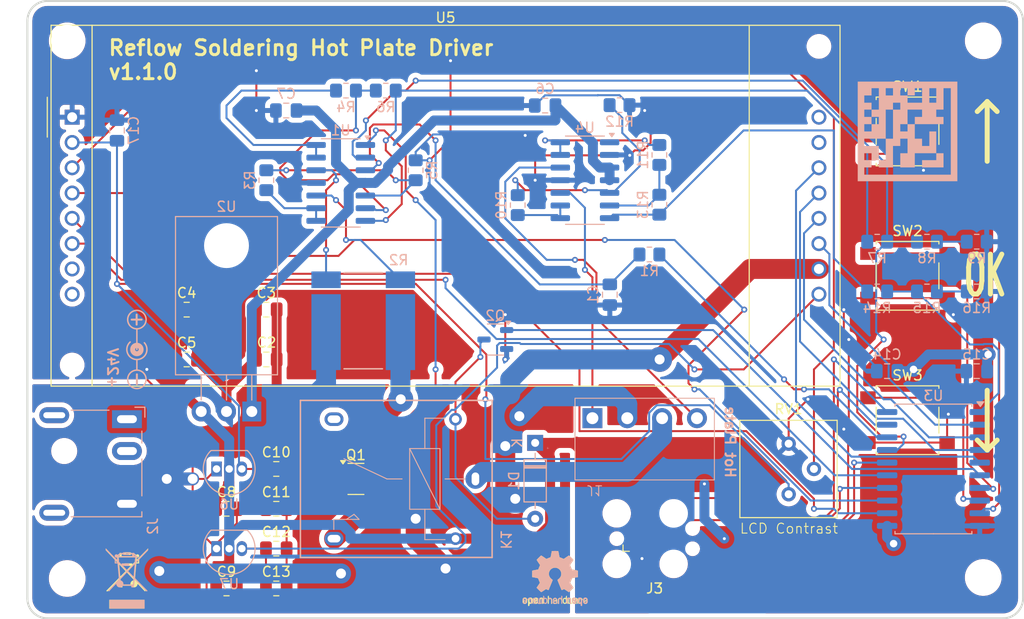
<source format=kicad_pcb>
(kicad_pcb (version 20240108) (generator "pcbnew") (generator_version "8.0")
  (title_block (title "Reflow Soldering Hot Plate Driver") (date "2024-070-30") (rev "v1.1.0"))
  (layers (0 "F.Cu" signal) (31 "B.Cu" signal) (34 "B.Paste" user) (35 "F.Paste" user) (36 "B.SilkS" user "B.Silkscreen") (37 "F.SilkS" user "F.Silkscreen") (38 "B.Mask" user) (39 "F.Mask" user) (44 "Edge.Cuts" user))
  (net 0 "")
  (net 1 "GNDD")
  (net 2 "GNDPWR")
  (net 3 "+24V")
  (net 4 "+5V")
  (net 5 "+3.3V")
  (net 6 "+3.0V")
  (net 7 "Net-(D1-A)")
  (net 8 "Net-(J1-Pin_3)")
  (net 9 "/Resistive Heater Driver/UH1")
  (net 10 "/Resistive Heater Driver/UH2")
  (net 12 "Net-(Q1-D)")
  (net 13 "Net-(Q1-S)")
  (net 14 "Net-(Q1-G)")
  (net 15 "HEATER_EN")
  (net 16 "Net-(U3-PB3)")
  (net 17 "Net-(U1C-+)")
  (net 18 "Net-(U1D-+)")
  (net 19 "Net-(U1B-+)")
  (net 20 "Net-(U1C--)")
  (net 21 "Net-(U1D--)")
  (net 22 "Net-(U1B--)")
  (net 23 "Net-(R6-Pad2)")
  (net 24 "Net-(R8-Pad2)")
  (net 25 "Net-(U4C--)")
  (net 26 "Net-(U4B-+)")
  (net 27 "Net-(U4D--)")
  (net 28 "Net-(U4B--)")
  (net 29 "Net-(R13-Pad2)")
  (net 30 "/Resistive Heater Driver/U_{HEATER}")
  (net 31 "Net-(R15-Pad2)")
  (net 32 "Net-(U5-VO)")
  (net 33 "BTN_UP")
  (net 34 "BTN_OK")
  (net 35 "BTN_DOWN")
  (net 36 "/Resistive Heater Driver/IMEAS_REF")
  (net 37 "IMEAS")
  (net 38 "LCD_RS")
  (net 39 "LCD_E")
  (net 40 "LCD_RW")
  (net 41 "Net-(U3-PA4)")
  (net 42 "SCK")
  (net 43 "MOSI")
  (net 44 "MISO")
  (net 45 "Net-(U3-PA7)")
  (net 46 "~{RESET}")
  (net 47 "Net-(U3-PA5)")
  (net 48 "Net-(U3-PA6)")
  (footprint "Capacitor_SMD:C_0805_2012Metric_Pad1.18x1.45mm_HandSolder" (layer "F.Cu") (at 166 81)
    (property "Reference" "C4")
    (property "Value" "10n")
  )
  (footprint "Capacitor_SMD:C_0805_2012Metric_Pad1.18x1.45mm_HandSolder" (layer "F.Cu") (at 175 101)
    (property "Reference" "C11")
    (property "Value" "10u")
  )
  (footprint "Capacitor_SMD:C_0805_2012Metric_Pad1.18x1.45mm_HandSolder" (layer "F.Cu") (at 175 105)
    (property "Reference" "C12")
    (property "Value" "10n")
  )
  (footprint "Capacitor_SMD:C_0805_2012Metric_Pad1.18x1.45mm_HandSolder" (layer "F.Cu") (at 166 86)
    (property "Reference" "C5")
    (property "Value" "10u")
  )
  (footprint "Capacitor_SMD:C_0805_2012Metric_Pad1.18x1.45mm_HandSolder" (layer "F.Cu") (at 175 97)
    (property "Reference" "C10")
    (property "Value" "10n")
  )
  (footprint "Capacitor_SMD:C_0805_2012Metric_Pad1.18x1.45mm_HandSolder" (layer "F.Cu") (at 174 81 180)
    (property "Reference" "C3")
    (property "Value" "10u")
  )
  (footprint "MountingHole:MountingHole_3.2mm_M3" (layer "F.Cu") (at 246 107.9)
    (property "Reference" "H4" (hide yes))
    (property "Value" "MountingHole" (hide yes))
  )
  (footprint "MountingHole:MountingHole_3.2mm_M3" (layer "F.Cu") (at 154 108)
    (property "Reference" "H3" (hide yes))
    (property "Value" "MountingHole" (hide yes))
  )
  (footprint "Capacitor_SMD:C_0805_2012Metric_Pad1.18x1.45mm_HandSolder" (layer "F.Cu") (at 170 109)
    (property "Reference" "C9")
    (property "Value" "10n")
  )
  (footprint "Button_Switch_SMD:SW_SPST_B3S-1000" (layer "F.Cu") (at 238.4 77.6)
    (property "Reference" "SW2")
    (property "Value" "B3S-1000")
  )
  (footprint "Button_Switch_SMD:SW_SPST_B3S-1000" (layer "F.Cu") (at 238.4 92.1)
    (property "Reference" "SW3")
    (property "Value" "B3S-1000")
  )
  (footprint "Capacitor_SMD:C_0805_2012Metric_Pad1.18x1.45mm_HandSolder" (layer "F.Cu") (at 175 109)
    (property "Reference" "C13")
    (property "Value" "10u")
  )
  (footprint "NetTie:NetTie-2_THT_Pad1.0mm" (layer "F.Cu") (at 164 98)
    (property "Reference" "NT3" (hide yes))
    (property "Value" "NetTie_2" (hide yes))
  )
  (footprint "Symbol:OSHW-Logo2_7.3x6mm_SilkScreen" (layer "F.Cu") (at 203 108)
    (property "Reference" "REF**" (hide yes))
    (property "Value" "OSHW-Logo2_7.3x6mm_SilkScreen" (hide yes))
  )
  (footprint "MountingHole:MountingHole_3.2mm_M3" (layer "F.Cu") (at 154 54)
    (property "Reference" "H2" (hide yes))
    (property "Value" "MountingHole" (hide yes))
  )
  (footprint "Display:NHD-0420H1Z" (layer "F.Cu") (at 154.5 61.67)
    (property "Reference" "U5")
    (property "Value" "NHD-0420H1Z")
  )
  (footprint "Package_TO_SOT_SMD:SOT-23-3" (layer "F.Cu") (at 183 98)
    (property "Reference" "Q1")
    (property "Value" "AOSS32334C")
  )
  (footprint "Button_Switch_SMD:SW_SPST_B3S-1000" (layer "F.Cu") (at 238.4 63.1)
    (property "Reference" "SW1")
    (property "Value" "B3S-1000")
  )
  (footprint "Capacitor_SMD:C_0805_2012Metric_Pad1.18x1.45mm_HandSolder" (layer "F.Cu") (at 174 86 180)
    (property "Reference" "C2")
    (property "Value" "10n")
  )
  (footprint "Potentiometer_THT:Potentiometer_Bourns_3386P_Vertical" (layer "F.Cu") (at 226.46 99.54)
    (property "Reference" "RV1")
    (property "Value" "3386P-1-103LF")
  )
  (footprint "Connector:Tag-Connect_TC2050-IDC-FP_2x05_P1.27mm_Vertical" (layer "F.Cu") (at 213 104)
    (property "Reference" "J3")
    (property "Value" "TC2050")
  )
  (footprint "Capacitor_SMD:C_0805_2012Metric_Pad1.18x1.45mm_HandSolder" (layer "F.Cu") (at 170 101)
    (property "Reference" "C8")
    (property "Value" "10n")
  )
  (footprint "MountingHole:MountingHole_3.2mm_M3" (layer "F.Cu") (at 246 54)
    (property "Reference" "H1" (hide yes))
    (property "Value" "MountingHole" (hide yes))
  )
  (footprint "Symbol:WEEE-Logo_4.2x6mm_SilkScreen" (layer "F.Cu") (at 160 108)
    (property "Reference" "REF**" (hide yes))
    (property "Value" "WEEE-Logo_4.2x6mm_SilkScreen" (hide yes))
  )
  (footprint "Resistor_SMD:R_0805_2012Metric_Pad1.20x1.40mm_HandSolder" (layer "B.Cu") (at 235.35 74.175)
    (property "Reference" "R7")
    (property "Value" "100k")
  )
  (footprint "Capacitor_SMD:C_0805_2012Metric_Pad1.18x1.45mm_HandSolder" (layer "B.Cu") (at 202 60.5 180)
    (property "Reference" "C6")
    (property "Value" "10n")
  )
  (footprint "Resistor_SMD:R_0805_2012Metric_Pad1.20x1.40mm_HandSolder" (layer "B.Cu") (at 199.25 70.5 -90)
    (property "Reference" "R10")
    (property "Value" "10k")
  )
  (footprint "Resistor_SMD:R_0805_2012Metric_Pad1.20x1.40mm_HandSolder" (layer "B.Cu") (at 182 59)
    (property "Reference" "R4")
    (property "Value" "2k")
  )
  (footprint "Resistor_SMD:R_0805_2012Metric_Pad1.20x1.40mm_HandSolder" (layer "B.Cu") (at 235.35 79.175)
    (property "Reference" "R14")
    (property "Value" "100k")
  )
  (footprint "Resistor_SMD:R_0805_2012Metric_Pad1.20x1.40mm_HandSolder" (layer "B.Cu") (at 213.475 65.46 -90)
    (property "Reference" "R11")
    (property "Value" "10k")
  )
  (footprint "Connector_BarrelJack:BarrelJack_CUI_PJ-079BH_Horizontal" (layer "B.Cu") (at 160 92 90)
    (property "Reference" "J2")
    (property "Value" "PJ-051AH")
  )
  (footprint "Resistor_SMD:R_0805_2012Metric_Pad1.20x1.40mm_HandSolder" (layer "B.Cu") (at 174 68 -90)
    (property "Reference" "R3")
    (property "Value" "2k")
  )
  (footprint "Package_TO_SOT_THT:TO-92_Inline" (layer "B.Cu") (at 169 105)
    (property "Reference" "U7")
    (property "Value" "MCP1700-3002E/TO")
  )
  (footprint "Package_SO:SOIC-14_3.9x8.7mm_P1.27mm" (layer "B.Cu") (at 181.475 68.27 180)
    (property "Reference" "U1")
    (property "Value" "OPA4196IDR")
  )
  (footprint "Resistor_SMD:R_0805_2012Metric_Pad1.20x1.40mm_HandSolder" (layer "B.Cu") (at 245.35 79.175)
    (property "Reference" "R16")
    (property "Value" "15k")
  )
  (footprint "Resistor_SMD:R_0805_2012Metric_Pad1.20x1.40mm_HandSolder" (layer "B.Cu") (at 245.35 74.175)
    (property "Reference" "R9")
    (property "Value" "15k")
  )
  (footprint "Custom_TerminalBlock_OnShore:TerminalBlock_OnShore_ED550_4DS" (layer "B.Cu") (at 212 91.9)
    (property "Reference" "J1")
    (property "Value" "ED550/4DS")
  )
  (footprint "LOGO" (layer "B.Cu") (at 238.4 63.1 180)
    (property "Reference" "G***" (hide yes))
    (property "Value" "LOGO" (hide yes))
  )
  (footprint "Resistor_SMD:R_0805_2012Metric_Pad1.20x1.40mm_HandSolder" (layer "B.Cu") (at 186 59)
    (property "Reference" "R6")
    (property "Value" "160k")
  )
  (footprint "Capacitor_SMD:C_0805_2012Metric_Pad1.18x1.45mm_HandSolder" (layer "B.Cu") (at 245.35 87.175 180)
    (property "Reference" "C15")
    (property "Value" "10u")
  )
  (footprint "Resistor_SMD:R_0805_2012Metric_Pad1.20x1.40mm_HandSolder" (layer "B.Cu") (at 212.475 75.46)
    (property "Reference" "R1")
    (property "Value" "10k")
  )
  (footprint "Resistor_SMD:R_0805_2012Metric_Pad1.20x1.40mm_HandSolder" (layer "B.Cu") (at 209.475 60.46)
    (property "Reference" "R12")
    (property "Value" "10k")
  )
  (footprint "Resistor_SMD:R_0805_2012Metric_Pad1.20x1.40mm_HandSolder" (layer "B.Cu") (at 189 67 90)
    (property "Reference" "R5")
    (property "Value" "160k")
  )
  (footprint "Diode_THT:D_DO-35_SOD27_P7.62mm_Horizontal" (layer "B.Cu") (at 201 94.38 -90)
    (property "Reference" "D1")
    (property "Value" "1N4148")
  )
  (footprint "Custom_Resistor_SMD:R_Shunt_VFR_Y14880Rxxxxxxxx" (layer "B.Cu") (at 183.7338 82.1148 180)
    (property "Reference" "R2")
    (property "Value" "Y14880R05000B0R")
  )
  (footprint "Package_SO:SOIC-20W_7.5x12.8mm_P1.27mm" (layer "B.Cu") (at 241 97 180)
    (property "Reference" "U3")
    (property "Value" "ATtiny1634-S")
  )
  (footprint "Symbol:Symbol_Barrel_Polarity" (layer "B.Cu") (at 161.075 85 90)
    (property "Reference" "REF**" (hide yes))
    (property "Value" "Symbol_Barrel_Polarity" (hide yes))
  )
  (footprint "Package_TO_SOT_THT:TO-92_Inline" (layer "B.Cu") (at 169 97)
    (property "Reference" "U6")
    (property "Value" "MCP1700-3302E/TO")
  )
  (footprint "Resistor_SMD:R_0805_2012Metric_Pad1.20x1.40mm_HandSolder" (layer "B.Cu") (at 240.35 74.175)
    (property "Reference" "R8")
    (property "Value" "10k")
  )
  (footprint "Capacitor_SMD:C_0805_2012Metric_Pad1.18x1.45mm_HandSolder" (layer "B.Cu") (at 208.5 79.5 -90)
    (property "Reference" "C1")
    (property "Value" "100n")
  )
  (footprint "Symbol:OSHW-Logo2_7.3x6mm_SilkScreen" (layer "B.Cu") (at 203 108 180)
    (property "Reference" "REF**" (hide yes))
    (property "Value" "OSHW-Logo2_7.3x6mm_SilkScreen" (hide yes))
  )
  (footprint "Resistor_SMD:R_0805_2012Metric_Pad1.20x1.40mm_HandSolder" (layer "B.Cu") (at 213.475 70.46 -90)
    (property "Reference" "R13")
    (property "Value" "10k")
  )
  (footprint "Capacitor_SMD:C_0805_2012Metric_Pad1.18x1.45mm_HandSolder" (layer "B.Cu") (at 176 61 180)
    (property "Reference" "C7")
    (property "Value" "10n")
  )
  (footprint "Custom_Relay_THT:Relay_CIT_J107F1A" (layer "B.Cu") (at 195 98 90)
    (property "Reference" "K1")
    (property "Value" "J107F1AS125VDC")
  )
  (footprint "Package_SO:SOIC-14_3.9x8.7mm_P1.27mm" (layer "B.Cu") (at 206 68 180)
    (property "Reference" "U4")
    (property "Value" "OPA4196IDR")
  )
  (footprint "Resistor_SMD:R_0805_2012Metric_Pad1.20x1.40mm_HandSolder" (layer "B.Cu") (at 240.35 79.175)
    (property "Reference" "R15")
    (property "Value" "10k")
  )
  (footprint "Capacitor_SMD:C_0805_2012Metric_Pad1.18x1.45mm_HandSolder" (layer "B.Cu") (at 159 63 90)
    (property "Reference" "C17")
    (property "Value" "10n")
  )
  (footprint "Capacitor_SMD:C_0805_2012Metric_Pad1.18x1.45mm_HandSolder" (layer "B.Cu") (at 236.35 87.175 180)
    (property "Reference" "C14")
    (property "Value" "10n")
  )
  (footprint "Symbol:WEEE-Logo_4.2x6mm_SilkScreen" (layer "B.Cu") (at 160 108 180)
    (property "Reference" "REF**" (hide yes))
    (property "Value" "WEEE-Logo_4.2x6mm_SilkScreen" (hide yes))
  )
  (footprint "Package_TO_SOT_SMD:SOT-23-3" (layer "B.Cu") (at 197 84 180)
    (property "Reference" "Q2")
    (property "Value" "AOSS32334C")
  )
  (footprint "Package_TO_SOT_THT:TO-220-3_Horizontal_TabDown" (layer "B.Cu") (at 172.54 91.23 180)
    (property "Reference" "U2")
    (property "Value" "L7805CV")
  )
  (gr_line (start 161.475 82) (end 160.475 82) (stroke (width 0.2)) (layer "B.SilkS"))
  (gr_line (start 160.975 81.5) (end 160.975 82.5) (stroke (width 0.2)) (layer "B.SilkS"))
  (gr_line (start 161 87.5) (end 161 88.5) (stroke (width 0.2)) (layer "B.SilkS"))
  (gr_line (start 246.4 66.1) (end 246.4 60.1) (stroke (width 0.5)) (layer "F.SilkS"))
  (gr_line (start 247.4 61.1) (end 246.4 60.1) (stroke (width 0.5)) (layer "F.SilkS"))
  (gr_line (start 246.4 89.1) (end 246.4 95.1) (stroke (width 0.5)) (layer "F.SilkS"))
  (gr_line (start 245.4 94.1) (end 246.4 95.1) (stroke (width 0.5)) (layer "F.SilkS"))
  (gr_line (start 246.4 60.1) (end 245.4 61.1) (stroke (width 0.5)) (layer "F.SilkS"))
  (gr_line (start 246.4 95.1) (end 247.4 94.1) (stroke (width 0.5)) (layer "F.SilkS"))
  (gr_arc (start 152 112) (mid 150.585786 111.414214) (end 150 110) (stroke (width 0.2)) (layer "Edge.Cuts"))
  (gr_arc (start 248 50) (mid 249.414214 50.585786) (end 250 52) (stroke (width 0.2)) (layer "Edge.Cuts"))
  (gr_arc (start 150 52) (mid 150.585786 50.585786) (end 152 50) (stroke (width 0.2)) (layer "Edge.Cuts"))
  (gr_line (start 150 110) (end 150 52) (stroke (width 0.2)) (layer "Edge.Cuts"))
  (gr_line (start 250 52) (end 250 110) (stroke (width 0.2)) (layer "Edge.Cuts"))
  (gr_line (start 248 112) (end 152 112) (stroke (width 0.2)) (layer "Edge.Cuts"))
  (gr_arc (start 250 110) (mid 249.414214 111.414214) (end 248 112) (stroke (width 0.2)) (layer "Edge.Cuts"))
  (gr_line (start 152 50) (end 248 50) (stroke (width 0.2)) (layer "Edge.Cuts"))
  (gr_text "+24V" (at 157.975 89 -90) (layer "B.SilkS") (effects (font (size 1 1) (thickness 0.2) (bold yes)) (justify left bottom mirror)))
  (gr_text "Hot Plate" (at 220 98 -90) (layer "B.SilkS") (effects (font (size 1 1) (thickness 0.2) (bold yes)) (justify left bottom mirror)))
  (gr_text "${TITLE}\n${REVISION}" (at 158 58 0) (layer "F.SilkS") (effects (font (size 1.5 1.5) (thickness 0.3) (bold yes)) (justify left bottom)))
  (gr_text "OK" (at 246.2 77.6 0) (layer "F.SilkS") (effects (font (size 4 2) (thickness 0.5) (bold yes))))
  (gr_text "LCD Contrast" (at 221.5 102.4 0) (layer "F.SilkS") (effects (font (size 1 1) (thickness 0.1)) (justify left top)))
  (segment (start 212.6 61.6) (end 212 61) (width 0.2) (layer "F.Cu") (net 1))
  (segment (start 201 64.5) (end 200 63.5) (width 0.2) (layer "F.Cu") (net 1))
  (segment (start 234.425 94.35) (end 242.375 94.35) (width 0.2) (layer "F.Cu") (net 1))
  (segment (start 169 104.5) (end 171.0375 102.4625) (width 0.2) (layer "F.Cu") (net 1))
  (segment (start 234.425 94.35) (end 233.35 94.35) (width 0.2) (layer "F.Cu") (net 1))
  (segment (start 232.5 92.5) (end 232 93) (width 0.2) (layer "F.Cu") (net 1))
  (segment (start 168.390256 110.025) (end 168 109.634744) (width 0.2) (layer "F.Cu") (net 1))
  (segment (start 202 65.5) (end 210.5 65.5) (width 0.2) (layer "F.Cu") (net 1))
  (segment (start 211 65) (end 211.848529 65) (width 0.2) (layer "F.Cu") (net 1))
  (segment (start 240 67) (end 240.725 67) (width 0.2) (layer "F.Cu") (net 1))
  (segment (start 166.6 98) (end 166.6 102.6) (width 0.2) (layer "F.Cu") (net 1))
  (segment (start 171.0375 102.4625) (end 171.0375 101) (width 0.2) (layer "F.Cu") (net 1))
  (segment (start 173 57) (end 173 61) (width 0.2) (layer "F.Cu") (net 1))
  (segment (start 176.0375 109) (end 175.0125 110.025) (width 0.2) (layer "F.Cu") (net 1))
  (segment (start 228.4 90) (end 226.46 91.94) (width 0.2) (layer "F.Cu") (net 1))
  (segment (start 166.6 92.6) (end 162 88) (width 0.2) (layer "F.Cu") (net 1))
  (segment (start 198 86) (end 198 81.5) (width 0.2) (layer "F.Cu") (net 1))
  (segment (start 233.15 79.85) (end 232 81) (width 0.2) (layer "F.Cu") (net 1))
  (segment (start 234.425 65.35) (end 242.375 65.35) (width 0.2) (layer "F.Cu") (net 1))
  (segment (start 211.848529 65) (end 212.6 64.248529) (width 0.2) (layer "F.Cu") (net 1))
  (segment (start 192.5 63.9) (end 192.5 56) (width 0.2) (layer "F.Cu") (net 1))
  (segment (start 233.35 94.35) (end 232 93) (width 0.2) (layer "F.Cu") (net 1))
  (segment (start 168 98) (end 166.6 98) (width 0.2) (layer "F.Cu") (net 1))
  (segment (start 166.6 98) (end 166.6 92.6) (width 0.2) (layer "F.Cu") (net 1))
  (segment (start 168 109.634744) (end 168 106) (width 0.2) (layer "F.Cu") (net 1))
  (segment (start 210.5 65.5) (end 211 65) (width 0.2) (layer "F.Cu") (net 1))
  (segment (start 201 68) (end 201 64.5) (width 0.2) (layer "F.Cu") (net 1))
  (segment (start 234.425 79.85) (end 242.375 79.85) (width 0.2) (layer "F.Cu") (net 1))
  (segment (start 172.0625 110.025) (end 171.0375 109) (width 0.2) (layer "F.Cu") (net 1))
  (segment (start 190.4 66) (end 192.5 63.9) (width 0.2) (layer "F.Cu") (net 1))
  (segment (start 169 97) (end 168 98) (width 0.2) (layer "F.Cu") (net 1))
  (segment (start 175.0125 110.025) (end 172.0625 110.025) (width 0.2) (layer "F.Cu") (net 1))
  (segment (start 226.46 91.94) (end 226.46 94.46) (width 0.2) (layer "F.Cu") (net 1))
  (segment (start 242.375 91.625) (end 242.375 94.35) (width 0.2) (layer "F.Cu") (net 1))
  (segment (start 232.5 84) (end 232.5 92.5) (width 0.2) (layer "F.Cu") (net 1))
  (segment (start 170.0125 110.025) (end 168.390256 110.025) (width 0.2) (layer "F.Cu") (net 1))
  (segment (start 234.425 79.85) (end 233.15 79.85) (width 0.2) (layer "F.Cu") (net 1))
  (segment (start 232 81) (end 232 83.5) (width 0.2) (layer "F.Cu") (net 1))
  (segment (start 211.73 106) (end 211.73 104.635) (width 0.2) (layer "F.Cu") (net 1))
  (segment (start 176.0375 105) (end 176.0375 101) (width 0.2) (layer "F.Cu") (net 1))
  (segment (start 166.6 102.6) (end 169 105) (width 0.2) (layer "F.Cu") (net 1))
  (segment (start 232 83.5) (end 232.5 84) (width 0.2) (layer "F.Cu") (net 1))
  (segment (start 168 106) (end 169 105) (width 0.2) (layer "F.Cu") (net 1))
  (segment (start 171.0375 109) (end 170.0125 110.025) (width 0.2) (layer "F.Cu") (net 1))
  (segment (start 242.5 91.5) (end 242.375 91.625) (width 0.2) (layer "F.Cu") (net 1))
  (segment (start 243 81.5) (end 243 80.475) (width 0.2) (layer "F.Cu") (net 1))
  (segment (start 212.6 64.248529) (end 212.6 61.6) (width 0.2) (layer "F.Cu") (net 1))
  (segment (start 176.0375 101) (end 176.0375 97) (width 0.2) (layer "F.Cu") (net 1))
  (segment (start 243 80.475) (end 242.375 79.85) (width 0.2) (layer "F.Cu") (net 1))
  (segment (start 240.725 67) (end 242.375 65.35) (width 0.2) (layer "F.Cu") (net 1))
  (segment (start 162 88) (end 162 87) (width 0.2) (layer "F.Cu") (net 1))
  (segment (start 200 63.5) (end 202 65.5) (width 0.2) (layer "F.Cu") (net 1))
  (segment (start 176.0375 105) (end 176.0375 109) (width 0.2) (layer "F.Cu") (net 1))
  (via (at 192.5 56) (size 0.6) (drill 0.3) (layers "F.Cu" "B.Cu") (net 1))
  (via (at 240 67) (size 0.6) (drill 0.3) (layers "F.Cu" "B.Cu") (net 1))
  (via (at 201 68) (size 0.6) (drill 0.3) (layers "F.Cu" "B.Cu") (net 1))
  (via (at 211.73 106) (size 0.6) (drill 0.3) (layers "F.Cu" "B.Cu") (net 1))
  (via (at 228.4 90) (size 0.6) (drill 0.3) (layers "F.Cu" "B.Cu") (net 1))
  (via (at 232.5 84) (size 0.6) (drill 0.3) (layers "F.Cu" "B.Cu") (net 1))
  (via (at 210.5 65.5) (size 0.6) (drill 0.3) (layers "F.Cu" "B.Cu") (net 1))
  (via (at 198 81.5) (size 0.6) (drill 0.3) (layers "F.Cu" "B.Cu") (net 1))
  (via (at 200 63.5) (size 0.6) (drill 0.3) (layers "F.Cu" "B.Cu") (net 1))
  (via (at 162 87) (size 0.6) (drill 0.3) (layers "F.Cu" "B.Cu") (net 1))
  (via (at 198 86) (size 0.6) (drill 0.3) (layers "F.Cu" "B.Cu") (net 1))
  (via (at 243 81.5) (size 0.6) (drill 0.3) (layers "F.Cu" "B.Cu") (net 1))
  (via (at 190.4 66) (size 0.6) (drill 0.3) (layers "F.Cu" "B.Cu") (net 1))
  (via (at 173 57) (size 0.6) (drill 0.3) (layers "F.Cu" "B.Cu") (net 1))
  (via (at 232 93) (size 0.6) (drill 0.3) (layers "F.Cu" "B.Cu") (net 1))
  (via (at 232 81) (size 0.6) (drill 0.3) (layers "F.Cu" "B.Cu") (net 1))
  (via (at 242.5 91.5) (size 0.6) (drill 0.3) (layers "F.Cu" "B.Cu") (net 1))
  (via (at 173 61) (size 0.6) (drill 0.3) (layers "F.Cu" "B.Cu") (net 1))
  (via (at 212 61) (size 0.6) (drill 0.3) (layers "F.Cu" "B.Cu") (net 1))
  (segment (start 235.3125 86.8125) (end 232.5 84) (width 0.2) (layer "B.Cu") (net 1))
  (segment (start 190.4 68.9) (end 191 69.5) (width 0.2) (layer "B.Cu") (net 1))
  (segment (start 189 66) (end 190.4 66) (width 0.2) (layer "B.Cu") (net 1))
  (segment (start 203.525 68) (end 201 68) (width 0.2) (layer "B.Cu") (net 1))
  (segment (start 200.9625 60.5) (end 201.9875 59.475) (width 0.2) (layer "B.Cu") (net 1))
  (segment (start 208.475 65.46) (end 210.46 65.46) (width 0.2) (layer "B.Cu") (net 1))
  (segment (start 207.274744 59.475) (end 207.289744 59.46) (width 0.2) (layer "B.Cu") (net 1))
  (segment (start 198.1375 85.8625) (end 198 86) (width 0.2) (layer "B.Cu") (net 1))
  (segment (start 190.4 66) (end 190.4 68.9) (width 0.2) (layer "B.Cu") (net 1))
  (segment (start 207.289744 59.46) (end 209.475 59.46) (width 0.2) (layer "B.Cu") (net 1))
  (segment (start 244.025 81.5) (end 243 81.5) (width 0.2) (layer "B.Cu") (net 1))
  (segment (start 246.35 79.175) (end 244.025 81.5) (width 0.2) (layer "B.Cu") (net 1))
  (segment (start 244.3125 89.6875) (end 242.5 91.5) (width 0.2) (layer "B.Cu") (net 1))
  (segment (start 190.751471 63.4) (end 199.9 63.4) (width 0.2) (layer "B.Cu") (net 1))
  (segment (start 210.46 65.46) (end 210.5 65.5) (width 0.2) (layer "B.Cu") (net 1))
  (segment (start 244.3125 87.175) (end 244.3125 89.6875) (width 0.2) (layer "B.Cu") (net 1))
  (segment (start 189 65.151471) (end 190.751471 63.4) (width 0.2) (layer "B.Cu") (net 1))
  (segment (start 209.475 59.46) (end 210.475 60.46) (width 0.2) (layer "B.Cu") (net 1))
  (segment (start 201.9875 59.475) (end 207.274744 59.475) (width 0.2) (layer "B.Cu") (net 1))
  (segment (start 199.9 63.4) (end 200 63.5) (width 0.2) (layer "B.Cu") (net 1))
  (segment (start 232 93) (end 229 90) (width 0.2) (layer "B.Cu") (net 1))
  (segment (start 189 66) (end 189 65.151471) (width 0.2) (layer "B.Cu") (net 1))
  (segment (start 198.1375 84.95) (end 198.1375 85.8625) (width 0.2) (layer "B.Cu") (net 1))
  (segment (start 229 90) (end 228.4 90) (width 0.2) (layer "B.Cu") (net 1))
  (segment (start 170 91.23) (end 170 88.9625) (width 1) (layer "F.Cu") (net 2))
  (segment (start 198 99) (end 199 100) (width 2) (layer "F.Cu") (net 2))
  (segment (start 172.9625 86) (end 170 88.9625) (width 1) (layer "F.Cu") (net 2))
  (segment (start 172.9625 81) (end 172.9625 86) (width 1) (layer "F.Cu") (net 2))
  (segment (start 222.59 76.91) (end 229.5 76.91) (width 2) (layer "F.Cu") (net 2))
  (segment (start 167.0375 81) (end 167.0375 86) (width 1) (layer "F.Cu") (net 2))
  (segment (start 189 104) (end 192 107) (width 2) (layer "F.Cu") (net 2))
  (segment (start 198 94.7) (end 198 99) (width 2) (layer "F.Cu") (net 2))
  (segment (start 170 88.9625) (end 167.0375 86) (width 1) (layer "F.Cu") (net 2))
  (segment (start 213.5 86) (end 222.59 76.91) (width 2) (layer "F.Cu") (net 2))
  (segment (start 189 102) (end 189 104) (width 2) (layer "F.Cu") (net 2))
  (via (at 192 107) (size 2) (drill 1) (layers "F.Cu" "B.Cu") (net 2))
  (via (at 213.5 86) (size 2.5) (drill 1) (layers "F.Cu" "B.Cu") (net 2))
  (via (at 189 102) (size 2) (drill 1) (layers "F.Cu" "B.Cu") (net 2))
  (via (at 199 100) (size 2) (drill 1) (layers "F.Cu" "B.Cu") (net 2))
  (via (at 198 94.7) (size 2) (drill 1) (layers "F.Cu" "B.Cu") (net 2))
  (segment (start 200.5 86) (end 198.5 88) (width 2) (layer "B.Cu") (net 2))
  (segment (start 180 88.5) (end 179 89.5) (width 2) (layer "B.Cu") (net 2))
  (segment (start 180 83.2578) (end 180 88.5) (width 2) (layer "B.Cu") (net 2))
  (segment (start 198.5 88) (end 198.5 89.5) (width 2) (layer "B.Cu") (net 2))
  (segment (start 213.5 86) (end 200.5 86) (width 2) (layer "B.Cu") (net 2))
  (segment (start 175.0375 86) (end 175.0375 88.7325) (width 1) (layer "F.Cu") (net 3))
  (segment (start 175.0375 81) (end 175.0375 86) (width 1) (layer "F.Cu") (net 3))
  (segment (start 175.0375 88.7325) (end 172.54 91.23) (width 1) (layer "F.Cu") (net 3))
  (via (at 199.41127 91.7) (size 2) (drill 1) (layers "F.Cu" "B.Cu") (net 3))
  (via (at 163.25 107.25) (size 2) (drill 1) (layers "F.Cu" "B.Cu") (net 3))
  (via (at 181.5 107.5) (size 2) (drill 1) (layers "F.Cu" "B.Cu") (net 3))
  (segment (start 172.54 80.721238) (end 182.275 70.986238) (width 1) (layer "B.Cu") (net 3))
  (segment (start 210.25 90.485787) (end 209.464213 89.7) (width 2) (layer "B.Cu") (net 3))
  (segment (start 172.54 91.23) (end 172.54 80.721238) (width 1) (layer "B.Cu") (net 3))
  (segment (start 182.275 70.986238) (end 182.275 69.033762) (width 1) (layer "B.Cu") (net 3))
  (segment (start 181 66.294999) (end 181 63) (width 1) (layer "B.Cu") (net 3))
  (segment (start 208.475 66.73) (end 208.475 68) (width 1) (layer "B.Cu") (net 3))
  (segment (start 183.038762 68.27) (end 183.95 68.27) (width 1) (layer "B.Cu") (net 3))
  (segment (start 184.924999 68.27) (end 186.23 66.964999) (width 1) (layer "B.Cu") (net 3))
  (segment (start 163.5 107.5) (end 163.25 107.25) (width 2) (layer "B.Cu") (net 3))
  (segment (start 206.8 64.2625) (end 206.8 66.029999) (width 1) (layer "B.Cu") (net 3))
  (segment (start 181 63) (end 179 61) (width 1) (layer "B.Cu") (net 3))
  (segment (start 201.41127 89.7) (end 199.41127 91.7) (width 2) (layer "B.Cu") (net 3))
  (segment (start 186.23 66.964999) (end 186.23 66.61957) (width 1) (layer "B.Cu") (net 3))
  (segment (start 203.0375 61.9625) (end 203.0375 60.5) (width 1) (layer "B.Cu") (net 3))
  (segment (start 186.23 66.61957) (end 190.84957 62) (width 1) (layer "B.Cu") (net 3))
  (segment (start 209.464213 89.7) (end 201.41127 89.7) (width 2) (layer "B.Cu") (net 3))
  (segment (start 203.0375 60.5) (end 206.8 64.2625) (width 1) (layer "B.Cu") (net 3))
  (segment (start 182.275 69.033762) (end 183.038762 68.27) (width 1) (layer "B.Cu") (net 3))
  (segment (start 183.95 68.27) (end 182.975001 68.27) (width 1) (layer "B.Cu") (net 3))
  (segment (start 207.500001 66.73) (end 208.475 66.73) (width 1) (layer "B.Cu") (net 3))
  (segment (start 183.95 68.27) (end 184.924999 68.27) (width 1) (layer "B.Cu") (net 3))
  (segment (start 210.25 91.9) (end 210.25 90.485787) (width 2) (layer "B.Cu") (net 3))
  (segment (start 206.8 66.029999) (end 207.500001 66.73) (width 1) (layer "B.Cu") (net 3))
  (segment (start 190.84957 62) (end 203 62) (width 1) (layer "B.Cu") (net 3))
  (segment (start 179 61) (end 177.0375 61) (width 1) (layer "B.Cu") (net 3))
  (segment (start 181.5 107.5) (end 163.5 107.5) (width 2) (layer "B.Cu") (net 3))
  (segment (start 182.975001 68.27) (end 181 66.294999) (width 1) (layer "B.Cu") (net 3))
  (segment (start 203 62) (end 203.0375 61.9625) (width 1) (layer "B.Cu") (net 3))
  (segment (start 164.9625 81) (end 164.9625 86) (width 1) (layer "F.Cu") (net 4))
  (segment (start 202.5 95.88) (end 201 94.38) (width 1) (layer "F.Cu") (net 4))
  (segment (start 170.27 98.73) (end 170.27 97) (width 1) (layer "F.Cu") (net 4))
  (segment (start 170.27 106.405) (end 170.27 105) (width 1) (layer "F.Cu") (net 4))
  (segment (start 168.9625 101) (end 168.9625 100.0375) (width 1) (layer "F.Cu") (net 4))
  (segment (start 202.5 102.621321) (end 202.5 95.88) (width 1) (layer "F.Cu") (net 4))
  (segment (start 213 108) (end 213 105.905) (width 0.5) (layer "F.Cu") (net 4))
  (segment (start 164.9625 88.7325) (end 167.46 91.23) (width 1) (layer "F.Cu") (net 4))
  (segment (start 213 105.905) (end 214.27 104.635) (width 0.5) (layer "F.Cu") (net 4))
  (segment (start 168.9625 109) (end 168.9625 107.7125) (width 1) (layer "F.Cu") (net 4))
  (segment (start 168.9625 100.0375) (end 170.27 98.73) (width 1) (layer "F.Cu") (net 4))
  (segment (start 218.38 94.38) (end 227 103) (width 1) (layer "F.Cu") (net 4))
  (segment (start 201.121323 103.999998) (end 202.5 102.621321) (width 1) (layer "F.Cu") (net 4))
  (segment (start 164.9625 86) (end 164.9625 88.7325) (width 1) (layer "F.Cu") (net 4))
  (segment (start 192.999999 103.999998) (end 201.121323 103.999998) (width 1) (layer "F.Cu") (net 4))
  (segment (start 201 94.38) (end 218.38 94.38) (width 1) (layer "F.Cu") (net 4))
  (segment (start 168.9625 107.7125) (end 170.27 106.405) (width 1) (layer "F.Cu") (net 4))
  (via (at 218 98.5) (size 0.6) (drill 0.3) (layers "F.Cu" "B.Cu") (net 4))
  (via (at 246.5 85.5) (size 1.5) (drill 0.75) (layers "F.Cu" "B.Cu") (net 4))
  (via (at 239 87) (size 1.5) (drill 0.75) (layers "F.Cu" "B.Cu") (net 4))
  (via (at 237 104.5) (size 1.5) (drill 0.75) (layers "F.Cu" "B.Cu") (net 4))
  (via (at 220 104) (size 0.6) (drill 0.3) (layers "F.Cu" "B.Cu") (net 4))
  (segment (start 181.641613 102.619998) (end 182.449998 103.428383) (width 1) (layer "B.Cu") (net 4))
  (segment (start 246.3875 85.6125) (end 246.5 85.5) (width 1) (layer "B.Cu") (net 4))
  (segment (start 240.5 85.5) (end 246.5 85.5) (width 1) (layer "B.Cu") (net 4))
  (segment (start 236.35 103.85) (end 237 104.5) (width 1) (layer "B.Cu") (net 4))
  (segment (start 170.27 97) (end 170.27 105) (width 1) (layer "B.Cu") (net 4))
  (segment (start 170.27 94.04) (end 170.27 97) (width 1) (layer "B.Cu") (net 4))
  (segment (start 246.3875 87.175) (end 246.3875 85.6125) (width 1) (layer "B.Cu") (net 4))
  (segment (start 170.27 105) (end 170.27 104) (width 1) (layer "B.Cu") (net 4))
  (segment (start 236.35 102.715) (end 236.35 103.85) (width 1) (layer "B.Cu") (net 4))
  (segment (start 238.825 87.175) (end 239 87) (width 1) (layer "B.Cu") (net 4))
  (segment (start 182.449998 104) (end 192.999997 104) (width 1) (layer "B.Cu") (net 4))
  (segment (start 182.449998 103.428383) (end 182.449998 104) (width 1) (layer "B.Cu") (net 4))
  (segment (start 218 102) (end 220 104) (width 1) (layer "B.Cu") (net 4))
  (segment (start 170.27 104) (end 171.650002 102.619998) (width 1) (layer "B.Cu") (net 4))
  (segment (start 167.46 91.23) (end 170.27 94.04) (width 1) (layer "B.Cu") (net 4))
  (segment (start 237.3875 87.175) (end 238.825 87.175) (width 1) (layer "B.Cu") (net 4))
  (segment (start 171.650002 102.619998) (end 181.641613 102.619998) (width 1) (layer "B.Cu") (net 4))
  (segment (start 239 87) (end 240.5 85.5) (width 1) (layer "B.Cu") (net 4))
  (segment (start 218 98.5) (end 218 102) (width 1) (layer "B.Cu") (net 4))
  (segment (start 196 90) (end 196.1 89.9) (width 0.2) (layer "F.Cu") (net 5))
  (segment (start 171.54 97) (end 173.9625 97) (width 0.2) (layer "F.Cu") (net 5))
  (segment (start 189.009727 78.411198) (end 159 78.411198) (width 0.2) (layer "F.Cu") (net 5))
  (segment (start 173.9625 97) (end 173.9625 101) (width 0.2) (layer "F.Cu") (net 5))
  (segment (start 196.1 85.501471) (end 189.009727 78.411198) (width 0.2) (layer "F.Cu") (net 5))
  (segment (start 196.1 89.9) (end 196.1 85.501471) (width 0.2) (layer "F.Cu") (net 5))
  (via (at 159 78.411198) (size 0.6) (drill 0.3) (layers "F.Cu" "B.Cu") (net 5))
  (via (at 196 90) (size 0.6) (drill 0.3) (layers "F.Cu" "B.Cu") (net 5))
  (segment (start 218.538233 90.6) (end 213.211522 90.6) (width 0.2) (layer "B.Cu") (net 5))
  (segment (start 212.45 91.361522) (end 212.45 93.211522) (width 0.2) (layer "B.Cu") (net 5))
  (segment (start 159 64.0375) (end 159 78.411198) (width 0.2) (layer "B.Cu") (net 5))
  (segment (start 213.211522 90.6) (end 212.45 91.361522) (width 0.2) (layer "B.Cu") (net 5))
  (segment (start 159 78.411198) (end 171.2525 90.663698) (width 0.2) (layer "B.Cu") (net 5))
  (segment (start 154.5 64.21) (end 158.8275 64.21) (width 0.2) (layer "B.Cu") (net 5))
  (segment (start 226.46 98.521767) (end 218.538233 90.6) (width 0.2) (layer "B.Cu") (net 5))
  (segment (start 212.45 93.211522) (end 209.661522 96) (width 0.2) (layer "B.Cu") (net 5))
  (segment (start 196 96) (end 196 90) (width 0.2) (layer "B.Cu") (net 5))
  (segment (start 171.2525 90.663698) (end 171.2525 96.7125) (width 0.2) (layer "B.Cu") (net 5))
  (segment (start 226.46 99.54) (end 226.46 98.521767) (width 0.2) (layer "B.Cu") (net 5))
  (segment (start 209.661522 96) (end 196 96) (width 0.2) (layer "B.Cu") (net 5))
  (segment (start 221.95 87) (end 217 87) (width 0.2) (layer "F.Cu") (net 6))
  (segment (start 173.9625 105) (end 173.9625 109) (width 0.2) (layer "F.Cu") (net 6))
  (segment (start 171.54 105) (end 173.9625 105) (width 0.2) (layer "F.Cu") (net 6))
  (segment (start 229.5 79.45) (end 221.95 87) (width 0.2) (layer "F.Cu") (net 6))
  (via (at 217 87) (size 0.6) (drill 0.3) (layers "F.Cu" "B.Cu") (net 6))
  (segment (start 197.434448 84.35) (end 197.175 84.609448) (width 0.2) (layer "B.Cu") (net 6))
  (segment (start 192.934998 91.065002) (end 192.612709 91.065002) (width 0.2) (layer "B.Cu") (net 6))
  (segment (start 197.175 84.609448) (end 197.175 86.825) (width 0.2) (layer "B.Cu") (net 6))
  (segment (start 199.55 84.45) (end 199.45 84.35) (width 0.2) (layer "B.Cu") (net 6))
  (segment (start 199.45 84.35) (end 197.434448 84.35) (width 0.2) (layer "B.Cu") (net 6))
  (segment (start 194 103.677709) (end 194 104.322287) (width 0.2) (layer "B.Cu") (net 6))
  (segment (start 214.45 84.45) (end 199.55 84.45) (width 0.2) (layer "B.Cu") (net 6))
  (segment (start 194 104.322287) (end 193.322287 105) (width 0.2) (layer "B.Cu") (net 6))
  (segment (start 192.612709 91.065002) (end 191.065686 92.612025) (width 0.2) (layer "B.Cu") (net 6))
  (segment (start 191.065686 100.743395) (end 194 103.677709) (width 0.2) (layer "B.Cu") (net 6))
  (segment (start 193.322287 105) (end 171.54 105) (width 0.2) (layer "B.Cu") (net 6))
  (segment (start 197.175 86.825) (end 192.934998 91.065002) (width 0.2) (layer "B.Cu") (net 6))
  (segment (start 191.065686 92.612025) (end 191.065686 100.743395) (width 0.2) (layer "B.Cu") (net 6))
  (segment (start 217 87) (end 214.45 84.45) (width 0.2) (layer "B.Cu") (net 6))
  (segment (start 192.999999 88.250001) (end 195.5 85.75) (width 0.2) (layer "F.Cu") (net 7))
  (segment (start 192.999999 92.000002) (end 192.999999 88.250001) (width 0.2) (layer "F.Cu") (net 7))
  (via (at 195.5 85.75) (size 0.6) (drill 0.3) (layers "F.Cu" "B.Cu") (net 7))
  (segment (start 197.161522 102) (end 201 102) (width 0.2) (layer "B.Cu") (net 7))
  (segment (start 192.999999 92.000002) (end 192.999999 97.838477) (width 0.2) (layer "B.Cu") (net 7))
  (segment (start 195.5 85.75) (end 195.5 84.3625) (width 0.2) (layer "B.Cu") (net 7))
  (segment (start 192.999999 97.838477) (end 197.161522 102) (width 0.2) (layer "B.Cu") (net 7))
  (segment (start 195.5 84.3625) (end 195.8625 84) (width 0.2) (layer "B.Cu") (net 7))
  (segment (start 210.2 97.3) (end 195.7 97.3) (width 2) (layer "B.Cu") (net 8))
  (segment (start 213.75 93.75) (end 210.2 97.3) (width 2) (layer "B.Cu") (net 8))
  (segment (start 213.75 91.9) (end 213.75 93.75) (width 2) (layer "B.Cu") (net 8))
  (segment (start 195.7 97.3) (end 195 98) (width 2) (layer "B.Cu") (net 8))
  (segment (start 206.75 77.75) (end 206 77) (width 0.2) (layer "F.Cu") (net 9))
  (segment (start 206.75 91.9) (end 206.75 77.75) (width 0.2) (layer "F.Cu") (net 9))
  (via (at 206 77) (size 0.6) (drill 0.3) (layers "F.Cu" "B.Cu") (net 9))
  (segment (start 204.499999 69.27) (end 203.525 69.27) (width 0.2) (layer "B.Cu") (net 9))
  (segment (start 206 70.770001) (end 204.499999 69.27) (width 0.2) (layer "B.Cu") (net 9))
  (segment (start 206 77) (end 206 70.770001) (width 0.2) (layer "B.Cu") (net 9))
  (segment (start 205.848529 76) (end 207.153984 77.305455) (width 0.2) (layer "F.Cu") (net 10))
  (segment (start 217.207968 91.9) (end 207.153984 81.846016) (width 0.2) (layer "F.Cu") (net 10))
  (segment (start 207.153984 77.305455) (end 207.153984 81.846016) (width 0.2) (layer "F.Cu") (net 10))
  (segment (start 205 76) (end 205.848529 76) (width 0.2) (layer "F.Cu") (net 10))
  (via (at 205 76) (size 0.6) (drill 0.3) (layers "F.Cu" "B.Cu") (net 10))
  (segment (start 203.525 66.73) (end 199.421471 66.73) (width 0.2) (layer "B.Cu") (net 10))
  (segment (start 199.421471 66.73) (end 198 68.151471) (width 0.2) (layer "B.Cu") (net 10))
  (segment (start 198 68.151471) (end 198 71.834744) (width 0.2) (layer "B.Cu") (net 10))
  (segment (start 202.165256 76) (end 205 76) (width 0.2) (layer "B.Cu") (net 10))
  (segment (start 198 71.834744) (end 202.165256 76) (width 0.2) (layer "B.Cu") (net 10))
  (segment (start 184.1375 98) (end 184.1375 100.662496) (width 2) (layer "F.Cu") (net 12))
  (segment (start 184.1375 100.662496) (end 180.799998 103.999998) (width 2) (layer "F.Cu") (net 12))
  (segment (start 179.5 94.5) (end 179.5 97.263346) (width 2) (layer "F.Cu") (net 13))
  (segment (start 187.5 90) (end 183.5 94) (width 2) (layer "F.Cu") (net 13))
  (segment (start 183.5 94.5) (end 179.5 94.5) (width 2) (layer "F.Cu") (net 13))
  (segment (start 179.5 97.263346) (end 181.186654 98.95) (width 2) (layer "F.Cu") (net 13))
  (segment (start 181.186654 98.95) (end 181.8625 98.95) (width 2) (layer "F.Cu") (net 13))
  (segment (start 183.5 94) (end 183.5 94.5) (width 2) (layer "F.Cu") (net 13))
  (via (at 187.5 90) (size 2.5) (drill 1) (layers "F.Cu" "B.Cu") (net 13))
  (segment (start 187.4676 83.2578) (end 187.4676 89.9676) (width 2) (layer "B.Cu") (net 13))
  (segment (start 187.4676 89.9676) (end 187.5 90) (width 2) (layer "B.Cu") (net 13))
  (segment (start 188 65.151471) (end 185.848529 63) (width 0.2) (layer "F.Cu") (net 14))
  (segment (start 185.848529 63) (end 185 63) (width 0.2) (layer "F.Cu") (net 14))
  (segment (start 188 69) (end 188 65.151471) (width 0.2) (layer "F.Cu") (net 14))
  (segment (start 183.000978 97.05) (end 191 89.050978) (width 0.2) (layer "F.Cu") (net 14))
  (segment (start 181.8625 97.05) (end 183.000978 97.05) (width 0.2) (layer "F.Cu") (net 14))
  (segment (start 191 89.050978) (end 191 87) (width 0.2) (layer "F.Cu") (net 14))
  (segment (start 188 69) (end 189 70) (width 0.2) (layer "F.Cu") (net 14))
  (via (at 189 70) (size 0.6) (drill 0.3) (layers "F.Cu" "B.Cu") (net 14))
  (via (at 191 87) (size 0.6) (drill 0.3) (layers "F.Cu" "B.Cu") (net 14))
  (via (at 185 63) (size 0.6) (drill 0.3) (layers "F.Cu" "B.Cu") (net 14))
  (segment (start 191 87) (end 191 72) (width 0.2) (layer "B.Cu") (net 14))
  (segment (start 191 72) (end 189 70) (width 0.2) (layer "B.Cu") (net 14))
  (segment (start 185 63.41) (end 183.95 64.46) (width 0.2) (layer "B.Cu") (net 14))
  (segment (start 185 63) (end 185 63.41) (width 0.2) (layer "B.Cu") (net 14))
  (segment (start 218.870785 83.05) (end 232.820785 97) (width 0.2) (layer "B.Cu") (net 15))
  (segment (start 198.1375 83.05) (end 218.870785 83.05) (width 0.2) (layer "B.Cu") (net 15))
  (segment (start 232.820785 97) (end 245.015 97) (width 0.2) (layer "B.Cu") (net 15))
  (segment (start 245.015 97) (end 245.65 97.635) (width 0.2) (layer "B.Cu") (net 15))
  (segment (start 227 89) (end 228 89) (width 0.2) (layer "F.Cu") (net 16))
  (segment (start 226 88) (end 227 89) (width 0.2) (layer "F.Cu") (net 16))
  (via (at 228 89) (size 0.6) (drill 0.3) (layers "F.Cu" "B.Cu") (net 16))
  (via (at 226 88) (size 0.6) (drill 0.3) (layers "F.Cu" "B.Cu") (net 16))
  (segment (start 228 89) (end 230.500001 89) (width 0.2) (layer "B.Cu") (net 16))
  (segment (start 213.475 75.475) (end 226 88) (width 0.2) (layer "B.Cu") (net 16))
  (segment (start 230.500001 89) (end 235.325001 93.825) (width 0.2) (layer "B.Cu") (net 16))
  (segment (start 235.325001 93.825) (end 236.35 93.825) (width 0.2) (layer "B.Cu") (net 16))
  (segment (start 182 71) (end 181 70) (width 0.2) (layer "F.Cu") (net 17))
  (segment (start 182 74) (end 182 71) (width 0.2) (layer "F.Cu") (net 17))
  (via (at 181 70) (size 0.6) (drill 0.3) (layers "F.Cu" "B.Cu") (net 17))
  (via (at 182 74) (size 0.6) (drill 0.3) (layers "F.Cu" "B.Cu") (net 17))
  (segment (start 187.4676 78) (end 183.4676 74) (width 0.2) (layer "B.Cu") (net 17))
  (segment (start 181 70) (end 180.54 69.54) (width 0.2) (layer "B.Cu") (net 17))
  (segment (start 183.4676 74) (end 182 74) (width 0.2) (layer "B.Cu") (net 17))
  (segment (start 180.54 69.54) (end 179 69.54) (width 0.2) (layer "B.Cu") (net 17))
  (segment (start 180 75) (end 180 69) (width 0.2) (layer "F.Cu") (net 18))
  (segment (start 180 69) (end 181 68) (width 0.2) (layer "F.Cu") (net 18))
  (via (at 181 68) (size 0.6) (drill 0.3) (layers "F.Cu" "B.Cu") (net 18))
  (via (at 180 75) (size 0.6) (drill 0.3) (layers "F.Cu" "B.Cu") (net 18))
  (segment (start 181 67.426369) (end 180.573631 67) (width 0.2) (layer "B.Cu") (net 18))
  (segment (start 180.573631 67) (end 179 67) (width 0.2) (layer "B.Cu") (net 18))
  (segment (start 180 78) (end 180 75) (width 0.2) (layer "B.Cu") (net 18))
  (segment (start 181 68) (end 181 67.426369) (width 0.2) (layer "B.Cu") (net 18))
  (segment (start 176 67) (end 186 67) (width 0.2) (layer "F.Cu") (net 19))
  (segment (start 186 67) (end 187 68) (width 0.2) (layer "F.Cu") (net 19))
  (via (at 176 67) (size 0.6) (drill 0.3) (layers "F.Cu" "B.Cu") (net 19))
  (via (at 187 68) (size 0.6) (drill 0.3) (layers "F.Cu" "B.Cu") (net 19))
  (segment (start 174 67) (end 176 67) (width 0.2) (layer "B.Cu") (net 19))
  (segment (start 187 68) (end 189 68) (width 0.2) (layer "B.Cu") (net 19))
  (segment (start 187.46 69.54) (end 183.95 69.54) (width 0.2) (layer "B.Cu") (net 19))
  (segment (start 189 68) (end 187.46 69.54) (width 0.2) (layer "B.Cu") (net 19))
  (segment (start 175.81 70.81) (end 179 70.81) (width 0.2) (layer "B.Cu") (net 20))
  (segment (start 179 70.81) (end 179 72.08) (width 0.2) (layer "B.Cu") (net 20))
  (segment (start 174 69) (end 175.81 70.81) (width 0.2) (layer "B.Cu") (net 20))
  (segment (start 172.71 64.46) (end 179 64.46) (width 0.2) (layer "B.Cu") (net 21))
  (segment (start 170 60.5) (end 170 61.75) (width 0.2) (layer "B.Cu") (net 21))
  (segment (start 171.5 59) (end 170 60.5) (width 0.2) (layer "B.Cu") (net 21))
  (segment (start 179 64.46) (end 179 65.73) (width 0.2) (layer "B.Cu") (net 21))
  (segment (start 170 61.75) (end 172.71 64.46) (width 0.2) (layer "B.Cu") (net 21))
  (segment (start 181 59) (end 171.5 59) (width 0.2) (layer "B.Cu") (net 21))
  (segment (start 182.4 67.4) (end 186 71) (width 0.2) (layer "F.Cu") (net 22))
  (segment (start 183 63) (end 179.151471 63) (width 0.2) (layer "F.Cu") (net 22))
  (segment (start 175.4 66.751471) (end 175.4 67.248529) (width 0.2) (layer "F.Cu") (net 22))
  (segment (start 180.151471 68) (end 180.751471 67.4) (width 0.2) (layer "F.Cu") (net 22))
  (segment (start 180.751471 67.4) (end 182.4 67.4) (width 0.2) (layer "F.Cu") (net 22))
  (segment (start 176.151471 68) (end 180.151471 68) (width 0.2) (layer "F.Cu") (net 22))
  (segment (start 179.151471 63) (end 175.4 66.751471) (width 0.2) (layer "F.Cu") (net 22))
  (segment (start 175.4 67.248529) (end 176.151471 68) (width 0.2) (layer "F.Cu") (net 22))
  (via (at 186 71) (size 0.6) (drill 0.3) (layers "F.Cu" "B.Cu") (net 22))
  (via (at 183 63) (size 0.6) (drill 0.3) (layers "F.Cu" "B.Cu") (net 22))
  (segment (start 183 59) (end 185 59) (width 0.2) (layer "B.Cu") (net 22))
  (segment (start 185 71) (end 184.81 70.81) (width 0.2) (layer "B.Cu") (net 22))
  (segment (start 183 59) (end 183 63) (width 0.2) (layer "B.Cu") (net 22))
  (segment (start 186 71) (end 185 71) (width 0.2) (layer "B.Cu") (net 22))
  (segment (start 186 65) (end 187.6 66.6) (width 0.2) (layer "F.Cu") (net 23))
  (segment (start 186 64) (end 186 65) (width 0.2) (layer "F.Cu") (net 23))
  (segment (start 187.6 70.4) (end 186 72) (width 0.2) (layer "F.Cu") (net 23))
  (segment (start 187.6 66.6) (end 187.6 70.4) (width 0.2) (layer "F.Cu") (net 23))
  (via (at 186 64) (size 0.6) (drill 0.3) (layers "F.Cu" "B.Cu") (net 23))
  (via (at 186 72) (size 0.6) (drill 0.3) (layers "F.Cu" "B.Cu") (net 23))
  (segment (start 186 72) (end 185.92 72.08) (width 0.2) (layer "B.Cu") (net 23))
  (segment (start 234.35 65.035075) (end 234.35 74.175) (width 0.2) (layer "B.Cu") (net 23))
  (segment (start 187 59) (end 228.314925 59) (width 0.2) (layer "B.Cu") (net 23))
  (segment (start 185.92 72.08) (end 183.95 72.08) (width 0.2) (layer "B.Cu") (net 23))
  (segment (start 228.314925 59) (end 234.35 65.035075) (width 0.2) (layer "B.Cu") (net 23))
  (segment (start 187 59) (end 187 63) (width 0.2) (layer "B.Cu") (net 23))
  (segment (start 187 63) (end 186 64) (width 0.2) (layer "B.Cu") (net 23))
  (segment (start 241.35 74.175) (end 244.35 74.175) (width 0.2) (layer "B.Cu") (net 24))
  (segment (start 203.215 71.5) (end 203.525 71.81) (width 0.2) (layer "B.Cu") (net 25))
  (segment (start 199.25 71.5) (end 203.215 71.5) (width 0.2) (layer "B.Cu") (net 25))
  (segment (start 203.525 70.54) (end 203.525 71.81) (width 0.2) (layer "B.Cu") (net 25))
  (segment (start 200 69) (end 206 69) (width 0.2) (layer "F.Cu") (net 26))
  (segment (start 199 68) (end 200 69) (width 0.2) (layer "F.Cu") (net 26))
  (via (at 199 68) (size 0.6) (drill 0.3) (layers "F.Cu" "B.Cu") (net 26))
  (via (at 206 69) (size 0.6) (drill 0.3) (layers "F.Cu" "B.Cu") (net 26))
  (segment (start 209.75 61.735) (end 209.75 63.25) (width 0.2) (layer "B.Cu") (net 26))
  (segment (start 211.5 66.590552) (end 208.820552 69.27) (width 0.2) (layer "B.Cu") (net 26))
  (segment (start 206 69) (end 208.205 69) (width 0.2) (layer "B.Cu") (net 26))
  (segment (start 199.25 68.25) (end 199 68) (width 0.2) (layer "B.Cu") (net 26))
  (segment (start 211.5 65) (end 211.5 66.590552) (width 0.2) (layer "B.Cu") (net 26))
  (segment (start 208.475 60.46) (end 209.75 61.735) (width 0.2) (layer "B.Cu") (net 26))
  (segment (start 209.75 63.25) (end 211.5 65) (width 0.2) (layer "B.Cu") (net 26))
  (segment (start 208.205 69) (end 208.475 69.27) (width 0.2) (layer "B.Cu") (net 26))
  (segment (start 199.25 69.5) (end 199.25 68.25) (width 0.2) (layer "B.Cu") (net 26))
  (segment (start 202 64) (end 212 64) (width 0.2) (layer "F.Cu") (net 27))
  (via (at 212 64) (size 0.6) (drill 0.3) (layers "F.Cu" "B.Cu") (net 27))
  (via (at 202 64) (size 0.6) (drill 0.3) (layers "F.Cu" "B.Cu") (net 27))
  (segment (start 203.525 64.19) (end 203.525 65.46) (width 0.2) (layer "B.Cu") (net 27))
  (segment (start 202 64) (end 203.335 64) (width 0.2) (layer "B.Cu") (net 27))
  (segment (start 213.475 64.46) (end 212.46 64.46) (width 0.2) (layer "B.Cu") (net 27))
  (segment (start 212.46 64.46) (end 212 64) (width 0.2) (layer "B.Cu") (net 27))
  (segment (start 212.395 70.54) (end 213.475 69.46) (width 0.2) (layer "B.Cu") (net 28))
  (segment (start 213.475 66.46) (end 213.475 69.46) (width 0.2) (layer "B.Cu") (net 28))
  (segment (start 208.475 70.54) (end 212.395 70.54) (width 0.2) (layer "B.Cu") (net 28))
  (segment (start 221.935 63) (end 213.475 71.46) (width 0.2) (layer "B.Cu") (net 29))
  (segment (start 234.35 79.175) (end 231 75.825) (width 0.2) (layer "B.Cu") (net 29))
  (segment (start 231 63) (end 221.935 63) (width 0.2) (layer "B.Cu") (net 29))
  (segment (start 231 75.825) (end 231 63) (width 0.2) (layer "B.Cu") (net 29))
  (segment (start 208.825 71.46) (end 208.475 71.81) (width 0.2) (layer "B.Cu") (net 29))
  (segment (start 213.475 71.46) (end 208.825 71.46) (width 0.2) (layer "B.Cu") (net 29))
  (segment (start 246.065075 84.45) (end 246.934925 84.45) (width 0.2) (layer "B.Cu") (net 30))
  (segment (start 246.015075 84.5) (end 246.065075 84.45) (width 0.2) (layer "B.Cu") (net 30))
  (segment (start 247.55 89.385) (end 245.65 91.285) (width 0.2) (layer "B.Cu") (net 30))
  (segment (start 244.675 84.5) (end 246.015075 84.5) (width 0.2) (layer "B.Cu") (net 30))
  (segment (start 239.35 79.175) (end 244.675 84.5) (width 0.2) (layer "B.Cu") (net 30))
  (segment (start 246.934925 84.45) (end 247.55 85.065075) (width 0.2) (layer "B.Cu") (net 30))
  (segment (start 247.55 85.065075) (end 247.55 89.385) (width 0.2) (layer "B.Cu") (net 30))
  (segment (start 236.35 79.175) (end 239.35 79.175) (width 0.2) (layer "B.Cu") (net 30))
  (segment (start 241.35 79.175) (end 244.35 79.175) (width 0.2) (layer "B.Cu") (net 31))
  (segment (start 154.5 66.75) (end 166.25 55) (width 0.2) (layer "F.Cu") (net 32))
  (segment (start 229 87) (end 229 97) (width 0.2) (layer "F.Cu") (net 32))
  (segment (start 231 85) (end 229 87) (width 0.2) (layer "F.Cu") (net 32))
  (segment (start 224.314925 55) (end 231 61.685075) (width 0.2) (layer "F.Cu") (net 32))
  (segment (start 166.25 55) (end 224.314925 55) (width 0.2) (layer "F.Cu") (net 32))
  (segment (start 231 61.685075) (end 231 85) (width 0.2) (layer "F.Cu") (net 32))
  (segment (start 247.6 66.075) (end 247.6 100.4) (width 0.2) (layer "F.Cu") (net 33))
  (segment (start 247.6 100.4) (end 247 101) (width 0.2) (layer "F.Cu") (net 33))
  (segment (start 242.375 60.85) (end 247.6 66.075) (width 0.2) (layer "F.Cu") (net 33))
  (segment (start 234.425 60.85) (end 242.375 60.85) (width 0.2) (layer "F.Cu") (net 33))
  (via (at 247 101) (size 0.6) (drill 0.3) (layers "F.Cu" "B.Cu") (net 33))
  (segment (start 247 101) (end 246.095 101) (width 0.2) (layer "B.Cu") (net 33))
  (segment (start 246.095 101) (end 245.65 101.445) (width 0.2) (layer "B.Cu") (net 33))
  (segment (start 234.425 75.35) (end 242.375 75.35) (width 0.2) (layer "F.Cu") (net 34))
  (segment (start 244.4 96.4) (end 247 99) (width 0.2) (layer "F.Cu") (net 34))
  (segment (start 242.375 75.35) (end 244.4 77.375) (width 0.2) (layer "F.Cu") (net 34))
  (segment (start 244.4 77.375) (end 244.4 96.4) (width 0.2) (layer "F.Cu") (net 34))
  (via (at 247 99) (size 0.6) (drill 0.3) (layers "F.Cu" "B.Cu") (net 34))
  (segment (start 247 99) (end 245.745 99) (width 0.2) (layer "B.Cu") (net 34))
  (segment (start 234.425 89.85) (end 242.375 89.85) (width 0.2) (layer "F.Cu") (net 35))
  (segment (start 242.375 89.85) (end 244 91.475) (width 0.2) (layer "F.Cu") (net 35))
  (segment (start 244 91.475) (end 244 100) (width 0.2) (layer "F.Cu") (net 35))
  (via (at 244 100) (size 0.6) (drill 0.3) (layers "F.Cu" "B.Cu") (net 35))
  (segment (start 244 100) (end 245.475 100) (width 0.2) (layer "B.Cu") (net 35))
  (segment (start 184.4 65.385379) (end 184.4 62.751471) (width 0.2) (layer "F.Cu") (net 36))
  (segment (start 184.751471 62.4) (end 189.4 62.4) (width 0.2) (layer "F.Cu") (net 36))
  (segment (start 189.4 62.4) (end 191 64) (width 0.2) (layer "F.Cu") (net 36))
  (segment (start 185.291413 66.276792) (end 184.4 65.385379) (width 0.2) (layer "F.Cu") (net 36))
  (segment (start 184.4 62.751471) (end 184.751471 62.4) (width 0.2) (layer "F.Cu") (net 36))
  (via (at 191 64) (size 0.6) (drill 0.3) (layers "F.Cu" "B.Cu") (net 36))
  (via (at 185.291413 66.276792) (size 0.6) (drill 0.3) (layers "F.Cu" "B.Cu") (net 36))
  (segment (start 184.568205 67) (end 185.291413 66.276792) (width 0.2) (layer "B.Cu") (net 36))
  (segment (start 201.4625 78.4625) (end 208.5 78.4625) (width 0.2) (layer "B.Cu") (net 36))
  (segment (start 211.475 75.4875) (end 208.5 78.4625) (width 0.2) (layer "B.Cu") (net 36))
  (segment (start 191 68) (end 201.4625 78.4625) (width 0.2) (layer "B.Cu") (net 36))
  (segment (start 191 64) (end 191 68) (width 0.2) (layer "B.Cu") (net 36))
  (segment (start 235.8 93.75) (end 238 93.75) (width 0.2) (layer "F.Cu") (net 37))
  (segment (start 233.35 91.3) (end 235.8 93.75) (width 0.2) (layer "F.Cu") (net 37))
  (segment (start 233.35 86.65) (end 233.35 91.3) (width 0.2) (layer "F.Cu") (net 37))
  (segment (start 187 59) (end 184 62) (width 0.2) (layer "F.Cu") (net 37))
  (segment (start 188 59) (end 187 59) (width 0.2) (layer "F.Cu") (net 37))
  (segment (start 236 84) (end 233.35 86.65) (width 0.2) (layer "F.Cu") (net 37))
  (segment (start 189 58) (end 188 59) (width 0.2) (layer "F.Cu") (net 37))
  (via (at 189 58) (size 0.6) (drill 0.3) (layers "F.Cu" "B.Cu") (net 37))
  (via (at 184 62) (size 0.6) (drill 0.3) (layers "F.Cu" "B.Cu") (net 37))
  (via (at 238 93.75) (size 0.6) (drill 0.3) (layers "F.Cu" "B.Cu") (net 37))
  (via (at 236 84) (size 0.6) (drill 0.3) (layers "F.Cu" "B.Cu") (net 37))
  (segment (start 183.14 63.86) (end 182.934448 63.86) (width 0.2) (layer "B.Cu") (net 37))
  (segment (start 236.35 74.175) (end 235.25 75.275) (width 0.2) (layer "B.Cu") (net 37))
  (segment (start 235.25 83.25) (end 236 84) (width 0.2) (layer "B.Cu") (net 37))
  (segment (start 182.675 65.429999) (end 182.975001 65.73) (width 0.2) (layer "B.Cu") (net 37))
  (segment (start 182.975001 65.73) (end 183.95 65.73) (width 0.2) (layer "B.Cu") (net 37))
  (segment (start 182.934448 63.86) (end 182.675 64.119448) (width 0.2) (layer "B.Cu") (net 37))
  (segment (start 184 62) (end 184 63) (width 0.2) (layer "B.Cu") (net 37))
  (segment (start 236.35 66.469389) (end 227.880611 58) (width 0.2) (layer "B.Cu") (net 37))
  (segment (start 236.35 74.175) (end 236.35 66.469389) (width 0.2) (layer "B.Cu") (net 37))
  (segment (start 235.25 75.275) (end 235.25 83.25) (width 0.2) (layer "B.Cu") (net 37))
  (segment (start 238 93.75) (end 238 94.469999) (width 0.2) (layer "B.Cu") (net 37))
  (segment (start 182.675 64.119448) (end 182.675 65.429999) (width 0.2) (layer "B.Cu") (net 37))
  (segment (start 227.880611 58) (end 189 58) (width 0.2) (layer "B.Cu") (net 37))
  (segment (start 236.35 74.175) (end 239.35 74.175) (width 0.2) (layer "B.Cu") (net 37))
  (segment (start 184 63) (end 183.14 63.86) (width 0.2) (layer "B.Cu") (net 37))
  (segment (start 237.374999 95.095) (end 236.35 95.095) (width 0.2) (layer "B.Cu") (net 37))
  (segment (start 238 94.469999) (end 237.374999 95.095) (width 0.2) (layer "B.Cu") (net 37))
  (segment (start 216.4 88.4) (end 216.4 86.6) (width 0.2) (layer "F.Cu") (net 38))
  (segment (start 181.248529 75.6) (end 175.6 75.6) (width 0.2) (layer "F.Cu") (net 38))
  (segment (start 175.6 75.6) (end 169.29 69.29) (width 0.2) (layer "F.Cu") (net 38))
  (segment (start 216.4 86.6) (end 222 81) (width 0.2) (layer "F.Cu") (net 38))
  (segment (start 169.29 69.29) (end 154.5 69.29) (width 0.2) (layer "F.Cu") (net 38))
  (segment (start 182.848529 74) (end 181.248529 75.6) (width 0.2) (layer "F.Cu") (net 38))
  (segment (start 208 74) (end 182.848529 74) (width 0.2) (layer "F.Cu") (net 38))
  (segment (start 217 89) (end 216.4 88.4) (width 0.2) (layer "F.Cu") (net 38))
  (via (at 208 74) (size 0.6) (drill 0.3) (layers "F.Cu" "B.Cu") (net 38))
  (via (at 222 81) (size 0.6) (drill 0.3) (layers "F.Cu" "B.Cu") (net 38))
  (via (at 217 89) (size 0.6) (drill 0.3) (layers "F.Cu" "B.Cu") (net 38))
  (segment (start 215 74) (end 208 74) (width 0.2) (layer "B.Cu") (net 38))
  (segment (start 228.678918 100.175) (end 217.503918 89) (width 0.2) (layer "B.Cu") (net 38))
  (segment (start 236.35 100.175) (end 228.678918 100.175) (width 0.2) (layer "B.Cu") (net 38))
  (segment (start 217.503918 89) (end 217 89) (width 0.2) (layer "B.Cu") (net 38))
  (segment (start 222 81) (end 215 74) (width 0.2) (layer "B.Cu") (net 38))
  (segment (start 155.807331 74.37) (end 154.5 74.37) (width 0.2) (layer "F.Cu") (net 39))
  (segment (start 159.437331 78) (end 155.807331 74.37) (width 0.2) (layer "F.Cu") (net 39))
  (segment (start 192 78) (end 159.437331 78) (width 0.2) (layer "F.Cu") (net 39))
  (via (at 192 78) (size 0.6) (drill 0.3) (layers "F.Cu" "B.Cu") (net 39))
  (segment (start 197.115552 83.95) (end 192 78.834448) (width 0.2) (layer "B.Cu") (net 39))
  (segment (start 236.35 97.635) (end 231.077498 97.635) (width 0.2) (layer "B.Cu") (net 39))
  (segment (start 231.077498 97.635) (end 217.392498 83.95) (width 0.2) (layer "B.Cu") (net 39))
  (segment (start 217.392498 83.95) (end 197.115552 83.95) (width 0.2) (layer "B.Cu") (net 39))
  (segment (start 192 78.834448) (end 192 78) (width 0.2) (layer "B.Cu") (net 39))
  (segment (start 160.07 77.4) (end 195.9 77.4) (width 0.2) (layer "F.Cu") (net 40))
  (segment (start 222.2 93.2) (end 229 100) (width 0.2) (layer "F.Cu") (net 40))
  (segment (start 229 100) (end 229 101) (width 0.2) (layer "F.Cu") (net 40))
  (segment (start 195.9 77.4) (end 205.45 86.95) (width 0.2) (layer "F.Cu") (net 40))
  (segment (start 205.45 93.2) (end 222.2 93.2) (width 0.2) (layer "F.Cu") (net 40))
  (segment (start 205.45 86.95) (end 205.45 93.2) (width 0.2) (layer "F.Cu") (net 40))
  (segment (start 154.5 71.83) (end 160.07 77.4) (width 0.2) (layer "F.Cu") (net 40))
  (via (at 229 101) (size 0.6) (drill 0.3) (layers "F.Cu" "B.Cu") (net 40))
  (segment (start 231.445 101.445) (end 236.35 101.445) (width 0.2) (layer "B.Cu") (net 40))
  (segment (start 229 101) (end 231 101) (width 0.2) (layer "B.Cu") (net 40))
  (segment (start 231 101) (end 231.445 101.445) (width 0.2) (layer "B.Cu") (net 40))
  (segment (start 227.2 69.05) (end 227.2 90.2) (width 0.2) (layer "B.Cu") (net 41))
  (segment (start 245.05 95.765) (end 245.65 96.365) (width 0.2) (layer "B.Cu") (net 41))
  (segment (start 227.2 90.2) (end 232.765 95.765) (width 0.2) (layer "B.Cu") (net 41))
  (segment (start 229.5 66.75) (end 227.2 69.05) (width 0.2) (layer "B.Cu") (net 41))
  (segment (start 232.765 95.765) (end 245.05 95.765) (width 0.2) (layer "B.Cu") (net 41))
  (segment (start 210.853699 108.853699) (end 213 111) (width 0.2) (layer "F.Cu") (net 42))
  (segment (start 233.034314 101.531372) (end 233.034314 96.365) (width 0.2) (layer "F.Cu") (net 42))
  (segment (start 223.565686 111) (end 233.034314 101.531372) (width 0.2) (layer "F.Cu") (net 42))
  (segment (start 210.46 104.635) (end 210.853699 105.028699) (width 0.2) (layer "F.Cu") (net 42))
  (segment (start 213 111) (end 223.565686 111) (width 0.2) (layer "F.Cu") (net 42))
  (segment (start 210.853699 105.028699) (end 210.853699 108.853699) (width 0.2) (layer "F.Cu") (net 42))
  (via (at 233.034314 96.365) (size 0.6) (drill 0.3) (layers "F.Cu" "B.Cu") (net 42))
  (segment (start 233.034314 96.365) (end 236.35 96.365) (width 0.2) (layer "B.Cu") (net 42))
  (segment (start 227.95 104.05) (end 231 101) (width 0.2) (layer "F.Cu") (net 43))
  (segment (start 211.73 103.365) (end 211.73 102.460717) (width 0.2) (layer "F.Cu") (net 43))
  (segment (start 221.92255 99.92255) (end 226.05 104.05) (width 0.2) (layer "F.Cu") (net 43))
  (segment (start 226.05 104.05) (end 227.95 104.05) (width 0.2) (layer "F.Cu") (net 43))
  (segment (start 211.73 102.460717) (end 214.268167 99.92255) (width 0.2) (layer "F.Cu") (net 43))
  (segment (start 231 101) (end 231 86) (width 0.2) (layer "F.Cu") (net 43))
  (segment (start 214.268167 99.92255) (end 221.92255 99.92255) (width 0.2) (layer "F.Cu") (net 43))
  (via (at 231 86) (size 0.6) (drill 0.3) (layers "F.Cu" "B.Cu") (net 43))
  (segment (start 231 86) (end 231.065 86) (width 0.2) (layer "B.Cu") (net 43))
  (segment (start 231.065 86) (end 236.35 91.285) (width 0.2) (layer "B.Cu") (net 43))
  (segment (start 224.95 109.05) (end 232.434314 101.565686) (width 0.2) (layer "F.Cu") (net 44))
  (segment (start 231.4 93.4) (end 231.4 89.247337) (width 0.2) (layer "F.Cu") (net 44))
  (segment (start 212.45 105.185) (end 212.45 106.55) (width 0.2) (layer "F.Cu") (net 44))
  (segment (start 213 104.635) (end 212.45 105.185) (width 0.2) (layer "F.Cu") (net 44))
  (segment (start 231.4 89.247337) (end 231.599128 89.048209) (width 0.2) (layer "F.Cu") (net 44))
  (segment (start 232.434314 101.565686) (end 232.434314 94.434314) (width 0.2) (layer "F.Cu") (net 44))
  (segment (start 211.95 107.05) (end 211.95 108.95) (width 0.2) (layer "F.Cu") (net 44))
  (segment (start 212.05 109.05) (end 224.95 109.05) (width 0.2) (layer "F.Cu") (net 44))
  (segment (start 232.434314 94.434314) (end 231.4 93.4) (width 0.2) (layer "F.Cu") (net 44))
  (segment (start 212.45 106.55) (end 211.95 107.05) (width 0.2) (layer "F.Cu") (net 44))
  (segment (start 211.95 108.95) (end 212.05 109.05) (width 0.2) (layer "F.Cu") (net 44))
  (via (at 231.599128 89.048209) (size 0.6) (drill 0.3) (layers "F.Cu" "B.Cu") (net 44))
  (segment (start 235.105919 92.555) (end 236.35 92.555) (width 0.2) (layer "B.Cu") (net 44))
  (segment (start 231.599128 89.048209) (end 235.105919 92.555) (width 0.2) (layer "B.Cu") (net 44))
  (segment (start 236.5 87.884744) (end 241.170256 92.555) (width 0.2) (layer "B.Cu") (net 45))
  (segment (start 230.55 75.42) (end 230.55 80.55) (width 0.2) (layer "B.Cu") (net 45))
  (segment (start 236.5 86.5) (end 236.5 87.884744) (width 0.2) (layer "B.Cu") (net 45))
  (segment (start 230.55 80.55) (end 236.5 86.5) (width 0.2) (layer "B.Cu") (net 45))
  (segment (start 229.5 74.37) (end 230.55 75.42) (width 0.2) (layer "B.Cu") (net 45))
  (segment (start 241.170256 92.555) (end 245.65 92.555) (width 0.2) (layer "B.Cu") (net 45))
  (segment (start 215.54 103.365) (end 215.54 103.058565) (width 0.2) (layer "F.Cu") (net 46))
  (segment (start 231.6 100.965685) (end 231.6 99) (width 0.2) (layer "F.Cu") (net 46))
  (segment (start 215.54 103.058565) (end 216.459865 102.1387) (width 0.2) (layer "F.Cu") (net 46))
  (segment (start 226 105) (end 227.565685 105) (width 0.2) (layer "F.Cu") (net 46))
  (segment (start 227.565685 105) (end 231.6 100.965685) (width 0.2) (layer "F.Cu") (net 46))
  (segment (start 216.459865 102.1387) (end 223.1387 102.1387) (width 0.2) (layer "F.Cu") (net 46))
  (segment (start 223.1387 102.1387) (end 226 105) (width 0.2) (layer "F.Cu") (net 46))
  (via (at 231.6 99) (size 0.6) (drill 0.3) (layers "F.Cu" "B.Cu") (net 46))
  (segment (start 231.6 99) (end 231.695 98.905) (width 0.2) (layer "B.Cu") (net 46))
  (segment (start 231.695 98.905) (end 236.35 98.905) (width 0.2) (layer "B.Cu") (net 46))
  (segment (start 235.354448 91.955) (end 237.955 91.955) (width 0.2) (layer "B.Cu") (net 47))
  (segment (start 241.095 95.095) (end 245.65 95.095) (width 0.2) (layer "B.Cu") (net 47))
  (segment (start 237.955 91.955) (end 241.095 95.095) (width 0.2) (layer "B.Cu") (net 47))
  (segment (start 229.5 69.29) (end 227.6 71.19) (width 0.2) (layer "B.Cu") (net 47))
  (segment (start 227.6 71.19) (end 227.6 84.200552) (width 0.2) (layer "B.Cu") (net 47))
  (segment (start 227.6 84.200552) (end 235.354448 91.955) (width 0.2) (layer "B.Cu") (net 47))
  (segment (start 236.730552 90) (end 240.555552 93.825) (width 0.2) (layer "B.Cu") (net 48))
  (segment (start 228 82) (end 236 90) (width 0.2) (layer "B.Cu") (net 48))
  (segment (start 229.5 71.83) (end 228 73.33) (width 0.2) (layer "B.Cu") (net 48))
  (segment (start 240.555552 93.825) (end 245.65 93.825) (width 0.2) (layer "B.Cu") (net 48))
  (segment (start 228 73.33) (end 228 82) (width 0.2) (layer "B.Cu") (net 48))
  (segment (start 236 90) (end 236.730552 90) (width 0.2) (layer "B.Cu") (net 48))
  (zone (net 4) (net_name "+5V") (layer "F.Cu") (connect_pads (clearance 0.5)) (min_thickness 0.25) (fill yes (thermal_gap 0.5) (thermal_bridge_width 0.5))
    (polygon (pts (xy 150 50) (xy 150 112) (xy 250 112) (xy 250 50)))
  )
  (zone (net 3) (net_name "+24V") (layer "F.Cu") (priority 1) (connect_pads yes (clearance 0.5)) (min_thickness 0.25) (fill yes (thermal_gap 0.5) (thermal_bridge_width 0.5))
    (polygon (pts (xy 150 88.5) (xy 219.5 88.5) (xy 219.5 95.5) (xy 204.5 95.5) (xy 204.5 112) (xy 150 112)))
  )
  (zone (net 2) (net_name "GNDPWR") (layer "B.Cu") (priority 3) (connect_pads yes (clearance 0.5)) (min_thickness 0.25) (fill yes (thermal_gap 0.5) (thermal_bridge_width 0.5))
    (polygon (pts (xy 150 88.5) (xy 219.5 88.5) (xy 219.5 95.5) (xy 204.5 95.5) (xy 204.5 112) (xy 150 112)))
  )
  (zone (net 1) (net_name "GNDD") (layer "B.Cu") (priority 2) (connect_pads (clearance 0.5)) (min_thickness 0.25) (fill yes (thermal_gap 0.5) (thermal_bridge_width 0.5))
    (polygon (pts (xy 250 112) (xy 150 112) (xy 150 50) (xy 250 50)))
  )
)
</source>
